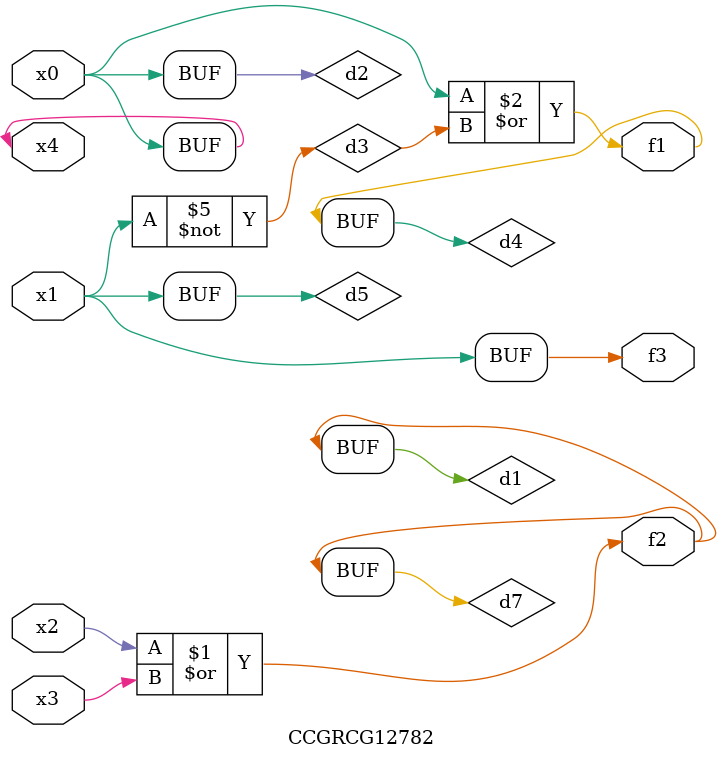
<source format=v>
module CCGRCG12782(
	input x0, x1, x2, x3, x4,
	output f1, f2, f3
);

	wire d1, d2, d3, d4, d5, d6, d7;

	or (d1, x2, x3);
	buf (d2, x0, x4);
	not (d3, x1);
	or (d4, d2, d3);
	not (d5, d3);
	nand (d6, d1, d3);
	or (d7, d1);
	assign f1 = d4;
	assign f2 = d7;
	assign f3 = d5;
endmodule

</source>
